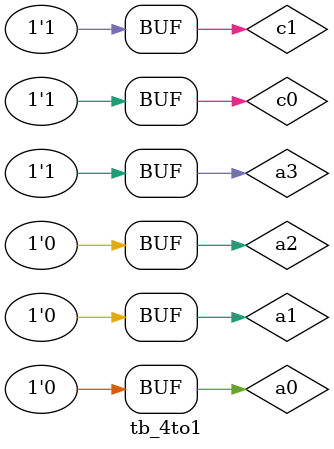
<source format=sv>
`timescale 1ns / 1ps


module tb_4to1();
reg a0 , a1 , a2 , a3 ;
reg c0 , c1 ;
wire out ;
fourToOnemux_beh test(a0 , a1 , a2 , a3 , c0 , c1 , out) ;
initial begin 
$monitor ("At t=%t a=%b%b%b%b C's=%b%b out = %b" , $time , a3,a2,a1,a0, c0 , c1 , out) ;
a0 = 1 ; a1 = 0 ; a2 = 0 ; a3 = 0 ; c0 = 0 ; c1 = 0 ;#1
a0 = 0 ; a1 = 1 ; a2 = 0 ; a3 = 0 ; c0 = 0 ; c1 = 1 ;#1
a0 = 0 ; a1 = 0 ; a2 = 1 ; a3 = 0 ; c0 = 1 ; c1 = 0 ;#1
a0 = 0 ; a1 = 0 ; a2 = 0 ; a3 = 1 ; c0 = 1 ; c1 = 1 ;
end  
endmodule

</source>
